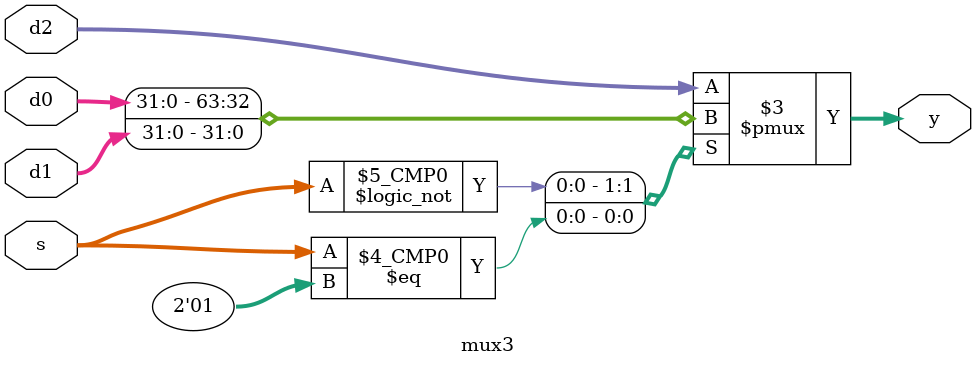
<source format=v>
module mux3 (
  input      [31:0] d0,
  input      [31:0] d1,
  input      [31:0] d2,
  input      [1:0]  s,
  output reg [31:0] y
);

  always @(*) begin
    case (s)
      2'b00: y = d0;
      2'b01: y = d1;
      default: y = d2;
    endcase
  end

endmodule

</source>
